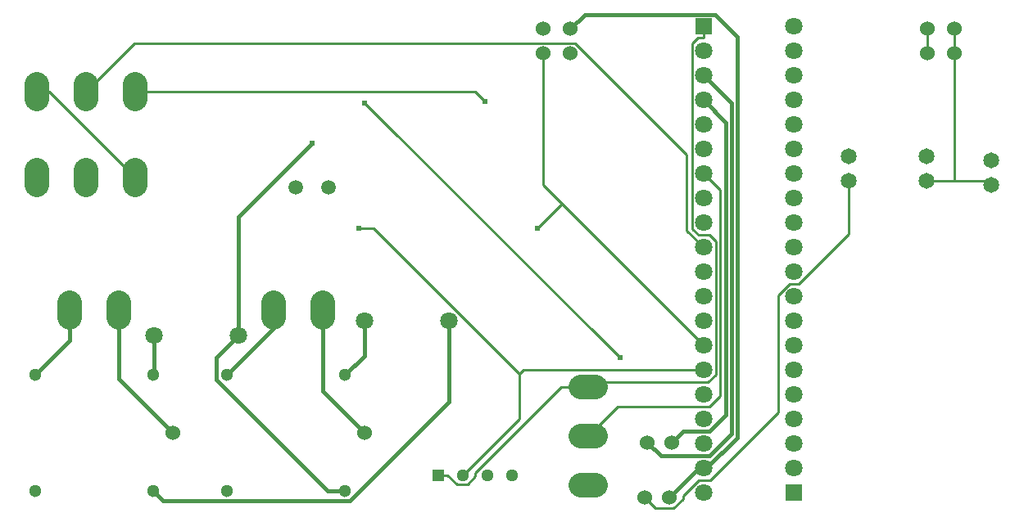
<source format=gbl>
G04 Layer: BottomLayer*
G04 EasyEDA v6.4.23, 2021-09-03T17:21:03+02:00*
G04 aeee774bf32f4d08b0fc01e64f25dcb3,11806c6667b54f078b534f3636c84428,10*
G04 Gerber Generator version 0.2*
G04 Scale: 100 percent, Rotated: No, Reflected: No *
G04 Dimensions in millimeters *
G04 leading zeros omitted , absolute positions ,4 integer and 5 decimal *
%FSLAX45Y45*%
%MOMM*%

%ADD10C,0.2540*%
%ADD11C,0.4000*%
%ADD12C,0.6100*%
%ADD17C,1.5240*%
%ADD18R,1.8000X1.8000*%
%ADD19C,1.8000*%
%ADD20C,1.5000*%
%ADD21R,1.2954X1.2954*%
%ADD22C,1.2954*%
%ADD23C,1.3000*%
%ADD24C,1.6510*%
%ADD25C,2.5400*%

%LPD*%
D10*
X7366000Y7772400D02*
G01*
X7474483Y7663916D01*
X7662722Y7663916D01*
X7759166Y7760360D01*
X7759166Y7794752D01*
X7919110Y7954695D01*
X8041055Y7954695D01*
X8744127Y8657767D01*
X8744127Y9866325D01*
X8860002Y9982200D01*
X8954236Y9982200D01*
X9474200Y10502163D01*
X9474200Y11049000D01*
X6509029Y10813770D02*
G01*
X6311900Y11010900D01*
X6311900Y12369800D01*
X7975600Y9347200D02*
G01*
X6509029Y10813770D01*
X6509029Y10813770D02*
G01*
X6253708Y10558449D01*
X10566400Y12623800D02*
G01*
X10566400Y12369800D01*
X2095500Y11087100D02*
G01*
X1206500Y11976100D01*
X1079500Y11976100D01*
X10566400Y11049000D02*
G01*
X10909300Y11049000D01*
X10947400Y11010900D01*
X10274300Y11049000D02*
G01*
X10566400Y11049000D01*
X10566400Y11049000D02*
G01*
X10566400Y12369800D01*
D11*
X7975600Y12141200D02*
G01*
X8262035Y11854764D01*
X8262035Y8434273D01*
X8031962Y8204200D01*
X7531100Y8204200D01*
X7391400Y8343900D01*
X7975600Y11887200D02*
G01*
X8204784Y11658015D01*
X8204784Y8631021D01*
X8031962Y8458200D01*
X7759700Y8458200D01*
X7645400Y8343900D01*
X6596202Y12623800D02*
G01*
X6746976Y12774574D01*
X8089290Y12774574D01*
X8319008Y12544856D01*
X8319008Y8393429D01*
X8002777Y8077200D01*
X7975600Y8077200D01*
X7975600Y8077200D02*
G01*
X7924800Y8077200D01*
X7620000Y7772400D01*
X4269181Y9045498D02*
G01*
X4467199Y9243517D01*
X4467199Y9601200D01*
X2287981Y9045498D02*
G01*
X2295499Y9053017D01*
X2295499Y9448800D01*
D10*
X2095500Y11976100D02*
G01*
X5609564Y11976100D01*
X5713272Y11872391D01*
X10282097Y12623800D02*
G01*
X10282097Y12369800D01*
X7975600Y12649200D02*
G01*
X7975600Y12531089D01*
X6781800Y8915400D02*
G01*
X6832600Y8966200D01*
X8018272Y8966200D01*
X8097011Y9044939D01*
X8097011Y10425125D01*
X8031937Y10490200D01*
X7920990Y10490200D01*
X7857490Y10553700D01*
X7857490Y12472060D01*
X7916519Y12531089D01*
X7975600Y12531089D01*
X5325287Y8008340D02*
G01*
X5420740Y7912887D01*
X5532145Y7912887D01*
X5613400Y7994142D01*
X5613400Y8029854D01*
X6498945Y8915400D01*
X6781800Y8915400D01*
X5232400Y8008340D02*
G01*
X5325287Y8008340D01*
X6781800Y8407400D02*
G01*
X7086600Y8712200D01*
X8030184Y8712200D01*
X8143697Y8825712D01*
X8143697Y10957102D01*
X7975600Y11125200D01*
X1587500Y11976100D02*
G01*
X2085543Y12474143D01*
X6645808Y12474143D01*
X7798866Y11321084D01*
X7798866Y10539933D01*
X7975600Y10363200D01*
X6065062Y9050985D02*
G01*
X4557344Y10558703D01*
X4407281Y10558703D01*
X5486400Y8008340D02*
G01*
X6065062Y8587003D01*
X6065062Y9050985D01*
X6065062Y9050985D02*
G01*
X6107277Y9093200D01*
X7975600Y9093200D01*
D11*
X4469206Y8445500D02*
G01*
X4038600Y8876106D01*
X4038600Y9715500D01*
X3049193Y9045498D02*
G01*
X3530600Y9526904D01*
X3530600Y9715500D01*
X2488006Y8445500D02*
G01*
X1930400Y9003106D01*
X1930400Y9715500D01*
X1068019Y9045498D02*
G01*
X1422400Y9399879D01*
X1422400Y9715500D01*
X3165500Y9448800D02*
G01*
X3165500Y10679176D01*
X3927170Y11440845D01*
X4269181Y7845501D02*
G01*
X4089603Y7845501D01*
X2938297Y8996806D01*
X2938297Y9221596D01*
X3165500Y9448800D01*
X2287981Y7845501D02*
G01*
X2389250Y7744231D01*
X4314037Y7744231D01*
X5337200Y8767394D01*
X5337200Y9601200D01*
D10*
X7108596Y9220200D02*
G01*
X4469688Y11859107D01*
D17*
G01*
X7391400Y8343900D03*
G01*
X7645400Y8343900D03*
G01*
X7620000Y7772400D03*
G01*
X7366000Y7772400D03*
G01*
X10282097Y12369800D03*
G01*
X10282097Y12623800D03*
G01*
X10566400Y12369800D03*
G01*
X10566400Y12623800D03*
G01*
X6596202Y12369800D03*
G01*
X6596202Y12623800D03*
G01*
X6311900Y12369800D03*
G01*
X6311900Y12623800D03*
D18*
G01*
X8902700Y7823200D03*
D19*
G01*
X8902700Y8077200D03*
G01*
X8902700Y8331200D03*
G01*
X8902700Y8585200D03*
G01*
X8902700Y8839200D03*
G01*
X8902700Y9093200D03*
G01*
X8902700Y9347200D03*
G01*
X8902700Y9601200D03*
G01*
X8902700Y9855200D03*
G01*
X8902700Y10109200D03*
G01*
X8902700Y10363200D03*
G01*
X8902700Y10617200D03*
G01*
X8902700Y10871200D03*
G01*
X8902700Y11125200D03*
G01*
X8902700Y11379200D03*
G01*
X8902700Y11633200D03*
G01*
X8902700Y11887200D03*
G01*
X8902700Y12141200D03*
G01*
X8902700Y12395200D03*
G01*
X8902700Y12649200D03*
D18*
G01*
X7975600Y12649200D03*
D19*
G01*
X7975600Y12395200D03*
G01*
X7975600Y12141200D03*
G01*
X7975600Y11887200D03*
G01*
X7975600Y11633200D03*
G01*
X7975600Y11379200D03*
G01*
X7975600Y11125200D03*
G01*
X7975600Y10871200D03*
G01*
X7975600Y10617200D03*
G01*
X7975600Y10363200D03*
G01*
X7975600Y10109200D03*
G01*
X7975600Y9855200D03*
G01*
X7975600Y9601200D03*
G01*
X7975600Y9347200D03*
G01*
X7975600Y9093200D03*
G01*
X7975600Y8839200D03*
G01*
X7975600Y8585200D03*
G01*
X7975600Y8331200D03*
G01*
X7975600Y8077200D03*
G01*
X7975600Y7823200D03*
G01*
X2295499Y9448800D03*
G01*
X3165500Y9448800D03*
G01*
X4467199Y9601200D03*
G01*
X5337200Y9601200D03*
D20*
G01*
X4094302Y10985500D03*
G01*
X3754297Y10985500D03*
D21*
G01*
X5232400Y8008340D03*
D22*
G01*
X5486400Y8008340D03*
G01*
X5740400Y8008340D03*
G01*
X5994400Y8008340D03*
D17*
G01*
X2488006Y8445500D03*
D23*
G01*
X2287981Y9045498D03*
G01*
X2287981Y7845501D03*
G01*
X1068019Y9045498D03*
G01*
X1068019Y7845501D03*
D17*
G01*
X4469206Y8445500D03*
D23*
G01*
X4269181Y9045498D03*
G01*
X4269181Y7845501D03*
G01*
X3049193Y9045498D03*
G01*
X3049193Y7845501D03*
D24*
G01*
X10947400Y11264900D03*
G01*
X10947400Y11010900D03*
G01*
X10274300Y11303000D03*
G01*
X10274300Y11049000D03*
G01*
X9474200Y11303000D03*
G01*
X9474200Y11049000D03*
D12*
G01*
X6253708Y10558449D03*
G01*
X5713272Y11872391D03*
G01*
X4469688Y11859107D03*
G01*
X7108596Y9220200D03*
G01*
X4407281Y10558703D03*
G01*
X3927170Y11440845D03*
D25*
X6705600Y7899400D02*
G01*
X6858000Y7899400D01*
X6705600Y8407400D02*
G01*
X6858000Y8407400D01*
X6705600Y8915400D02*
G01*
X6858000Y8915400D01*
X4038600Y9791700D02*
G01*
X4038600Y9639300D01*
X3530600Y9639300D02*
G01*
X3530600Y9791700D01*
X1930400Y9791700D02*
G01*
X1930400Y9639300D01*
X1422400Y9639300D02*
G01*
X1422400Y9791700D01*
X2095500Y11899900D02*
G01*
X2095500Y12052300D01*
X1587500Y11899900D02*
G01*
X1587500Y12052300D01*
X1079500Y11899900D02*
G01*
X1079500Y12052300D01*
X1079500Y11163300D02*
G01*
X1079500Y11010900D01*
X1587500Y11163300D02*
G01*
X1587500Y11010900D01*
X2095500Y11163300D02*
G01*
X2095500Y11010900D01*
M02*

</source>
